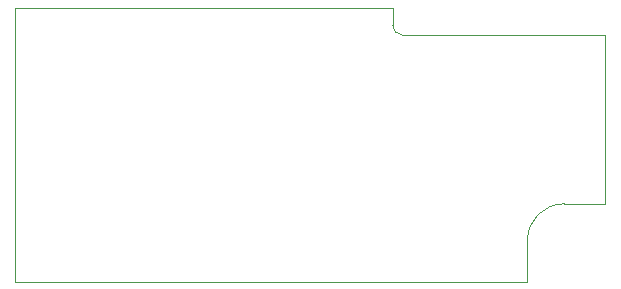
<source format=gm1>
G04 #@! TF.GenerationSoftware,KiCad,Pcbnew,(5.1.4)-1*
G04 #@! TF.CreationDate,2019-11-21T02:33:43+00:00*
G04 #@! TF.ProjectId,analog,616e616c-6f67-42e6-9b69-6361645f7063,rev?*
G04 #@! TF.SameCoordinates,Original*
G04 #@! TF.FileFunction,Profile,NP*
%FSLAX46Y46*%
G04 Gerber Fmt 4.6, Leading zero omitted, Abs format (unit mm)*
G04 Created by KiCad (PCBNEW (5.1.4)-1) date 2019-11-21 02:33:43*
%MOMM*%
%LPD*%
G04 APERTURE LIST*
%ADD10C,0.100000*%
G04 APERTURE END LIST*
D10*
X70884600Y-54493160D02*
X27526800Y-54493160D01*
X60242000Y-33588960D02*
X77488600Y-33588960D01*
X59480000Y-31302960D02*
X59480000Y-32826960D01*
X60242000Y-33588960D02*
G75*
G02X59480000Y-32826960I0J762000D01*
G01*
X27526800Y-31302960D02*
X59480000Y-31302960D01*
X27526800Y-31302960D02*
X27526800Y-54493160D01*
X70884181Y-50987961D02*
X70884600Y-54493160D01*
X77488600Y-47914560D02*
X77488600Y-33588960D01*
X70884181Y-50987961D02*
G75*
G02X74008799Y-47914561I3073819J1D01*
G01*
X74008800Y-47914560D02*
X77488600Y-47914560D01*
M02*

</source>
